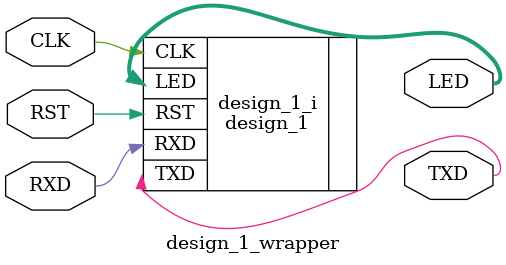
<source format=v>
`timescale 1 ps / 1 ps

module design_1_wrapper
   (CLK,
    LED,
    RST,
    RXD,
    TXD);
  input CLK;
  output [3:0]LED;
  input RST;
  input RXD;
  output TXD;

  wire CLK;
  wire [3:0]LED;
  wire RST;
  wire RXD;
  wire TXD;

  design_1 design_1_i
       (.CLK(CLK),
        .LED(LED),
        .RST(RST),
        .RXD(RXD),
        .TXD(TXD));
endmodule

</source>
